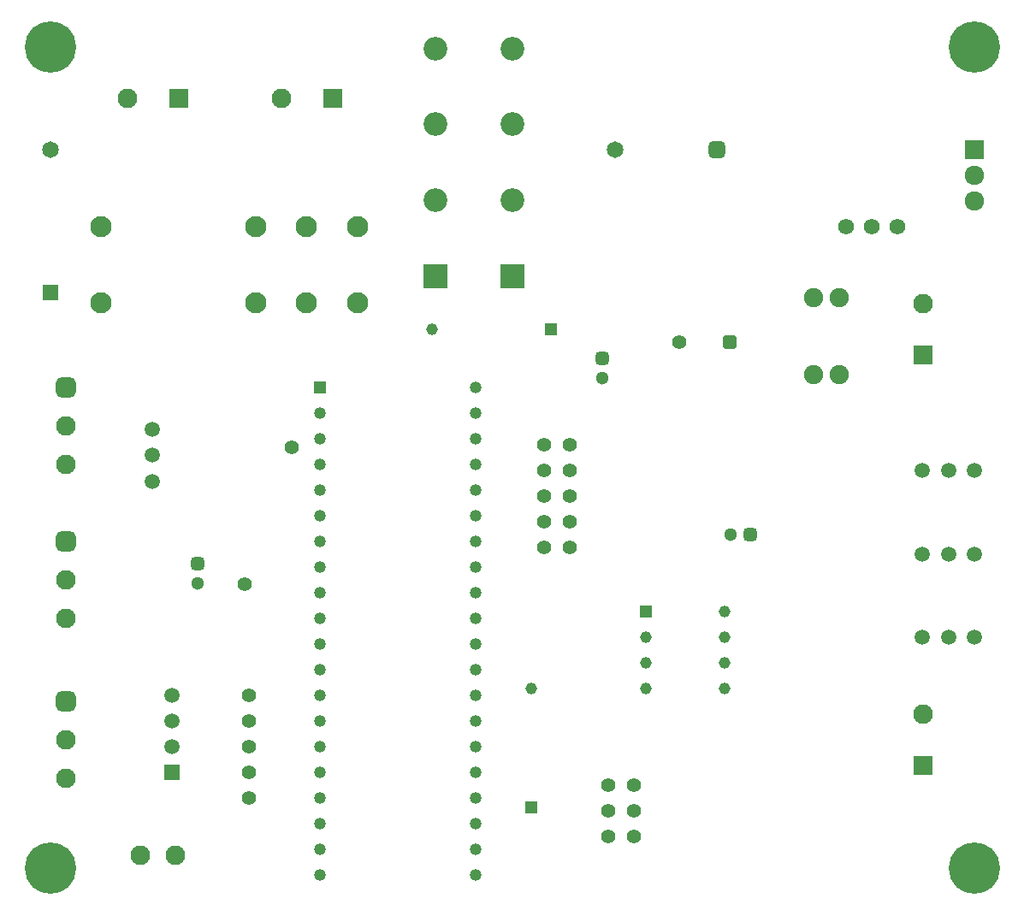
<source format=gbr>
G04*
G04 #@! TF.GenerationSoftware,Altium Limited,Altium Designer,22.4.2 (48)*
G04*
G04 Layer_Color=255*
%FSLAX25Y25*%
%MOIN*%
G70*
G04*
G04 #@! TF.SameCoordinates,0E8DA4FA-9BE3-492D-A222-2DD50D09E5F4*
G04*
G04*
G04 #@! TF.FilePolarity,Positive*
G04*
G01*
G75*
%ADD36C,0.05500*%
%ADD71C,0.05512*%
%ADD72C,0.20000*%
G04:AMPARAMS|DCode=73|XSize=51.18mil|YSize=51.18mil|CornerRadius=12.8mil|HoleSize=0mil|Usage=FLASHONLY|Rotation=90.000|XOffset=0mil|YOffset=0mil|HoleType=Round|Shape=RoundedRectangle|*
%AMROUNDEDRECTD73*
21,1,0.05118,0.02559,0,0,90.0*
21,1,0.02559,0.05118,0,0,90.0*
1,1,0.02559,0.01280,0.01280*
1,1,0.02559,0.01280,-0.01280*
1,1,0.02559,-0.01280,-0.01280*
1,1,0.02559,-0.01280,0.01280*
%
%ADD73ROUNDEDRECTD73*%
%ADD74C,0.05118*%
%ADD75C,0.08268*%
%ADD76C,0.06201*%
%ADD77R,0.07677X0.07677*%
%ADD78C,0.07677*%
%ADD79C,0.04528*%
%ADD80R,0.04528X0.04528*%
%ADD81C,0.06496*%
%ADD82R,0.06496X0.06496*%
G04:AMPARAMS|DCode=83|XSize=55.12mil|YSize=55.12mil|CornerRadius=13.78mil|HoleSize=0mil|Usage=FLASHONLY|Rotation=0.000|XOffset=0mil|YOffset=0mil|HoleType=Round|Shape=RoundedRectangle|*
%AMROUNDEDRECTD83*
21,1,0.05512,0.02756,0,0,0.0*
21,1,0.02756,0.05512,0,0,0.0*
1,1,0.02756,0.01378,-0.01378*
1,1,0.02756,-0.01378,-0.01378*
1,1,0.02756,-0.01378,0.01378*
1,1,0.02756,0.01378,0.01378*
%
%ADD83ROUNDEDRECTD83*%
G04:AMPARAMS|DCode=84|XSize=64.96mil|YSize=64.96mil|CornerRadius=16.24mil|HoleSize=0mil|Usage=FLASHONLY|Rotation=0.000|XOffset=0mil|YOffset=0mil|HoleType=Round|Shape=RoundedRectangle|*
%AMROUNDEDRECTD84*
21,1,0.06496,0.03248,0,0,0.0*
21,1,0.03248,0.06496,0,0,0.0*
1,1,0.03248,0.01624,-0.01624*
1,1,0.03248,-0.01624,-0.01624*
1,1,0.03248,-0.01624,0.01624*
1,1,0.03248,0.01624,0.01624*
%
%ADD84ROUNDEDRECTD84*%
%ADD85C,0.09213*%
%ADD86R,0.09213X0.09213*%
%ADD87R,0.07677X0.07677*%
%ADD88R,0.04563X0.04563*%
%ADD89C,0.04563*%
G04:AMPARAMS|DCode=90|XSize=51.18mil|YSize=51.18mil|CornerRadius=12.8mil|HoleSize=0mil|Usage=FLASHONLY|Rotation=0.000|XOffset=0mil|YOffset=0mil|HoleType=Round|Shape=RoundedRectangle|*
%AMROUNDEDRECTD90*
21,1,0.05118,0.02559,0,0,0.0*
21,1,0.02559,0.05118,0,0,0.0*
1,1,0.02559,0.01280,-0.01280*
1,1,0.02559,-0.01280,-0.01280*
1,1,0.02559,-0.01280,0.01280*
1,1,0.02559,0.01280,0.01280*
%
%ADD90ROUNDEDRECTD90*%
%ADD91C,0.05878*%
%ADD92R,0.07559X0.07559*%
%ADD93C,0.07559*%
%ADD94C,0.07500*%
%ADD95C,0.04661*%
%ADD96R,0.04661X0.04661*%
G04:AMPARAMS|DCode=97|XSize=76.77mil|YSize=76.77mil|CornerRadius=19.19mil|HoleSize=0mil|Usage=FLASHONLY|Rotation=270.000|XOffset=0mil|YOffset=0mil|HoleType=Round|Shape=RoundedRectangle|*
%AMROUNDEDRECTD97*
21,1,0.07677,0.03839,0,0,270.0*
21,1,0.03839,0.07677,0,0,270.0*
1,1,0.03839,-0.01919,-0.01919*
1,1,0.03839,-0.01919,0.01919*
1,1,0.03839,0.01919,0.01919*
1,1,0.03839,0.01919,-0.01919*
%
%ADD97ROUNDEDRECTD97*%
%ADD98R,0.04528X0.04528*%
%ADD99C,0.05906*%
%ADD100R,0.05906X0.05906*%
D36*
X212500Y185000D02*
D03*
Y195000D02*
D03*
Y205000D02*
D03*
Y215000D02*
D03*
Y225000D02*
D03*
X222500D02*
D03*
Y215000D02*
D03*
Y205000D02*
D03*
Y195000D02*
D03*
Y185000D02*
D03*
X97500Y87500D02*
D03*
Y97500D02*
D03*
Y107500D02*
D03*
Y117500D02*
D03*
Y127500D02*
D03*
X247500Y72500D02*
D03*
Y82500D02*
D03*
Y92500D02*
D03*
X237500D02*
D03*
Y82500D02*
D03*
Y72500D02*
D03*
D71*
X95945Y170925D02*
D03*
X114055Y224075D02*
D03*
X265157Y265000D02*
D03*
D72*
X20000Y380000D02*
D03*
X380000D02*
D03*
Y60000D02*
D03*
X20000D02*
D03*
D73*
X77500Y178937D02*
D03*
X235000Y258937D02*
D03*
D74*
X77500Y171063D02*
D03*
X235000Y251063D02*
D03*
X285000Y190000D02*
D03*
D75*
X39921Y310000D02*
D03*
X100000D02*
D03*
X119843D02*
D03*
X139685D02*
D03*
Y280472D02*
D03*
X119843D02*
D03*
X100000D02*
D03*
X39921D02*
D03*
D76*
X350000Y310000D02*
D03*
X340000D02*
D03*
X330000D02*
D03*
D77*
X70000Y360000D02*
D03*
X130000D02*
D03*
D78*
X50000D02*
D03*
X110000D02*
D03*
X360000Y120000D02*
D03*
Y280000D02*
D03*
X26319Y157500D02*
D03*
Y172500D02*
D03*
X68780Y65000D02*
D03*
X55000D02*
D03*
X26319Y217500D02*
D03*
Y232500D02*
D03*
Y95000D02*
D03*
Y110000D02*
D03*
D79*
X168937Y270000D02*
D03*
X207500Y130000D02*
D03*
D80*
X215000Y270000D02*
D03*
D81*
X20000Y340000D02*
D03*
X240315D02*
D03*
D82*
X20000Y284488D02*
D03*
D83*
X284843Y265000D02*
D03*
D84*
X279685Y340000D02*
D03*
D85*
X170000Y379528D02*
D03*
Y350000D02*
D03*
Y320472D02*
D03*
X200000Y379528D02*
D03*
Y350000D02*
D03*
Y320472D02*
D03*
D86*
X170000Y290945D02*
D03*
X200000D02*
D03*
D87*
X360000Y100000D02*
D03*
Y260000D02*
D03*
D88*
X252126Y160000D02*
D03*
D89*
Y150000D02*
D03*
Y140000D02*
D03*
Y130000D02*
D03*
X282874D02*
D03*
Y140000D02*
D03*
Y150000D02*
D03*
Y160000D02*
D03*
D90*
X292874Y190000D02*
D03*
D91*
X359764Y150000D02*
D03*
X370000D02*
D03*
X380236D02*
D03*
Y182500D02*
D03*
X370000D02*
D03*
X359764D02*
D03*
Y215000D02*
D03*
X370000D02*
D03*
X380236D02*
D03*
X59803Y210807D02*
D03*
Y221043D02*
D03*
Y231280D02*
D03*
D92*
X380000Y340000D02*
D03*
D93*
Y330000D02*
D03*
Y320000D02*
D03*
D94*
X317500Y282500D02*
D03*
X327500D02*
D03*
Y252500D02*
D03*
X317500D02*
D03*
D95*
X185748Y247500D02*
D03*
Y237500D02*
D03*
Y227500D02*
D03*
Y217500D02*
D03*
Y207500D02*
D03*
Y197500D02*
D03*
Y187500D02*
D03*
Y177500D02*
D03*
Y167500D02*
D03*
Y157500D02*
D03*
Y147500D02*
D03*
Y137500D02*
D03*
Y127500D02*
D03*
Y117500D02*
D03*
Y107500D02*
D03*
Y97500D02*
D03*
Y87500D02*
D03*
Y77500D02*
D03*
Y67500D02*
D03*
Y57500D02*
D03*
X125000D02*
D03*
Y67500D02*
D03*
Y77500D02*
D03*
Y87500D02*
D03*
Y97500D02*
D03*
Y107500D02*
D03*
Y117500D02*
D03*
Y127500D02*
D03*
Y137500D02*
D03*
Y147500D02*
D03*
Y157500D02*
D03*
Y167500D02*
D03*
Y177500D02*
D03*
Y187500D02*
D03*
Y197500D02*
D03*
Y207500D02*
D03*
Y217500D02*
D03*
Y227500D02*
D03*
Y237500D02*
D03*
D96*
Y247500D02*
D03*
D97*
X26319Y187500D02*
D03*
Y247500D02*
D03*
Y125000D02*
D03*
D98*
X207500Y83937D02*
D03*
D99*
X67500Y127500D02*
D03*
Y117500D02*
D03*
Y107500D02*
D03*
D100*
Y97500D02*
D03*
M02*

</source>
